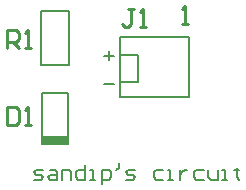
<source format=gto>
G04*
G04 #@! TF.GenerationSoftware,Altium Limited,Altium Designer,23.11.1 (41)*
G04*
G04 Layer_Color=65535*
%FSLAX44Y44*%
%MOMM*%
G71*
G04*
G04 #@! TF.SameCoordinates,5C29CE77-9974-4D78-97DC-7FC7E6DACF92*
G04*
G04*
G04 #@! TF.FilePolarity,Positive*
G04*
G01*
G75*
%ADD10C,0.2000*%
%ADD11C,0.2540*%
%ADD12R,2.2000X0.7000*%
D10*
X19000Y41000D02*
Y84000D01*
X41000Y41000D02*
Y84000D01*
X19000D02*
X41000D01*
X19000Y41000D02*
X41000D01*
X18000Y108000D02*
X42000D01*
X18000D02*
Y154000D01*
X42000Y108000D02*
Y154000D01*
X18000D02*
X42000D01*
X143892Y80712D02*
Y131512D01*
X85472Y93413D02*
X100712D01*
Y116272D01*
X85472D02*
X100712D01*
X85472Y80712D02*
X143892D01*
X85472D02*
Y131512D01*
X143892D01*
X12000Y10999D02*
X17998D01*
X19997Y12998D01*
X17998Y14997D01*
X13999D01*
X12000Y16997D01*
X13999Y18996D01*
X19997D01*
X25996D02*
X29994D01*
X31994Y16997D01*
Y10999D01*
X25996D01*
X23996Y12998D01*
X25996Y14997D01*
X31994D01*
X35992Y10999D02*
Y18996D01*
X41990D01*
X43990Y16997D01*
Y10999D01*
X55986Y22995D02*
Y10999D01*
X49988D01*
X47988Y12998D01*
Y16997D01*
X49988Y18996D01*
X55986D01*
X59984Y10999D02*
X63983D01*
X61984D01*
Y18996D01*
X59984D01*
X69981Y7000D02*
Y18996D01*
X75979D01*
X77979Y16997D01*
Y12998D01*
X75979Y10999D01*
X69981D01*
X83977Y24994D02*
Y20996D01*
X81977Y18996D01*
X89975Y10999D02*
X95973D01*
X97972Y12998D01*
X95973Y14997D01*
X91974D01*
X89975Y16997D01*
X91974Y18996D01*
X97972D01*
X121964D02*
X115966D01*
X113967Y16997D01*
Y12998D01*
X115966Y10999D01*
X121964D01*
X125963D02*
X129962D01*
X127963D01*
Y18996D01*
X125963D01*
X135960D02*
Y10999D01*
Y14997D01*
X137959Y16997D01*
X139959Y18996D01*
X141958D01*
X155953D02*
X149955D01*
X147956Y16997D01*
Y12998D01*
X149955Y10999D01*
X155953D01*
X159952Y18996D02*
Y12998D01*
X161952Y10999D01*
X167950D01*
Y18996D01*
X171948Y10999D02*
X175947D01*
X173948D01*
Y18996D01*
X171948D01*
X183944Y20996D02*
Y18996D01*
X181945D01*
X185944D01*
X183944D01*
Y12998D01*
X185944Y10999D01*
X72000Y92000D02*
X79997D01*
X72000Y115999D02*
X79997D01*
X75999Y119997D02*
Y112000D01*
D11*
X-10157Y122382D02*
Y137618D01*
X-2539D01*
X0Y135078D01*
Y130000D01*
X-2539Y127461D01*
X-10157D01*
X-5078D02*
X0Y122382D01*
X5078D02*
X10157D01*
X7618D01*
Y137618D01*
X5078Y135078D01*
X-10157Y72618D02*
Y57382D01*
X-2539D01*
X0Y59922D01*
Y70078D01*
X-2539Y72618D01*
X-10157D01*
X5078Y57382D02*
X10157D01*
X7618D01*
Y72618D01*
X5078Y70078D01*
X97277Y155289D02*
X92198D01*
X94738D01*
Y142593D01*
X92198Y140054D01*
X89659D01*
X87120Y142593D01*
X102355Y140054D02*
X107433D01*
X104894D01*
Y155289D01*
X102355Y152750D01*
X137540Y142540D02*
X142618D01*
X140079D01*
Y157775D01*
X137540Y155236D01*
D12*
X30000Y44500D02*
D03*
M02*

</source>
